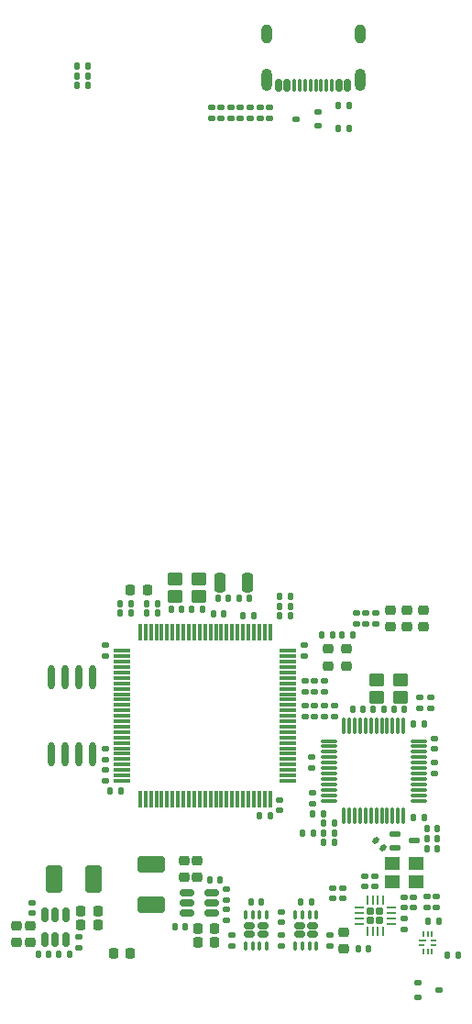
<source format=gbr>
%TF.GenerationSoftware,KiCad,Pcbnew,8.0.9-8.0.9-0~ubuntu24.04.1*%
%TF.CreationDate,2025-04-19T18:55:16+00:00*%
%TF.ProjectId,base-module,62617365-2d6d-46f6-9475-6c652e6b6963,1.0.1*%
%TF.SameCoordinates,Original*%
%TF.FileFunction,Paste,Top*%
%TF.FilePolarity,Positive*%
%FSLAX46Y46*%
G04 Gerber Fmt 4.6, Leading zero omitted, Abs format (unit mm)*
G04 Created by KiCad (PCBNEW 8.0.9-8.0.9-0~ubuntu24.04.1) date 2025-04-19 18:55:16*
%MOMM*%
%LPD*%
G01*
G04 APERTURE LIST*
G04 Aperture macros list*
%AMRoundRect*
0 Rectangle with rounded corners*
0 $1 Rounding radius*
0 $2 $3 $4 $5 $6 $7 $8 $9 X,Y pos of 4 corners*
0 Add a 4 corners polygon primitive as box body*
4,1,4,$2,$3,$4,$5,$6,$7,$8,$9,$2,$3,0*
0 Add four circle primitives for the rounded corners*
1,1,$1+$1,$2,$3*
1,1,$1+$1,$4,$5*
1,1,$1+$1,$6,$7*
1,1,$1+$1,$8,$9*
0 Add four rect primitives between the rounded corners*
20,1,$1+$1,$2,$3,$4,$5,0*
20,1,$1+$1,$4,$5,$6,$7,0*
20,1,$1+$1,$6,$7,$8,$9,0*
20,1,$1+$1,$8,$9,$2,$3,0*%
G04 Aperture macros list end*
%ADD10RoundRect,0.250001X0.999999X-0.499999X0.999999X0.499999X-0.999999X0.499999X-0.999999X-0.499999X0*%
%ADD11RoundRect,0.140000X-0.170000X0.140000X-0.170000X-0.140000X0.170000X-0.140000X0.170000X0.140000X0*%
%ADD12RoundRect,0.140000X0.140000X0.170000X-0.140000X0.170000X-0.140000X-0.170000X0.140000X-0.170000X0*%
%ADD13RoundRect,0.140000X0.170000X-0.140000X0.170000X0.140000X-0.170000X0.140000X-0.170000X-0.140000X0*%
%ADD14RoundRect,0.140000X-0.140000X-0.170000X0.140000X-0.170000X0.140000X0.170000X-0.140000X0.170000X0*%
%ADD15RoundRect,0.220000X0.255000X-0.220000X0.255000X0.220000X-0.255000X0.220000X-0.255000X-0.220000X0*%
%ADD16RoundRect,0.220000X0.220000X0.255000X-0.220000X0.255000X-0.220000X-0.255000X0.220000X-0.255000X0*%
%ADD17R,0.663000X0.225000*%
%ADD18R,0.563000X0.225000*%
%ADD19R,0.225000X0.563000*%
%ADD20RoundRect,0.225000X-0.250000X0.225000X-0.250000X-0.225000X0.250000X-0.225000X0.250000X0.225000X0*%
%ADD21RoundRect,0.150000X-0.512500X-0.150000X0.512500X-0.150000X0.512500X0.150000X-0.512500X0.150000X0*%
%ADD22RoundRect,0.220000X-0.255000X0.220000X-0.255000X-0.220000X0.255000X-0.220000X0.255000X0.220000X0*%
%ADD23RoundRect,0.225000X0.225000X0.250000X-0.225000X0.250000X-0.225000X-0.250000X0.225000X-0.250000X0*%
%ADD24RoundRect,0.250000X0.450000X0.350000X-0.450000X0.350000X-0.450000X-0.350000X0.450000X-0.350000X0*%
%ADD25RoundRect,0.075000X-0.075000X0.662500X-0.075000X-0.662500X0.075000X-0.662500X0.075000X0.662500X0*%
%ADD26RoundRect,0.075000X-0.662500X0.075000X-0.662500X-0.075000X0.662500X-0.075000X0.662500X0.075000X0*%
%ADD27RoundRect,0.075000X-0.075000X0.725000X-0.075000X-0.725000X0.075000X-0.725000X0.075000X0.725000X0*%
%ADD28RoundRect,0.075000X-0.725000X0.075000X-0.725000X-0.075000X0.725000X-0.075000X0.725000X0.075000X0*%
%ADD29RoundRect,0.150000X0.150000X0.425000X-0.150000X0.425000X-0.150000X-0.425000X0.150000X-0.425000X0*%
%ADD30RoundRect,0.075000X0.075000X0.500000X-0.075000X0.500000X-0.075000X-0.500000X0.075000X-0.500000X0*%
%ADD31O,1.000000X2.100000*%
%ADD32O,1.000000X1.800000*%
%ADD33RoundRect,0.112500X-0.237500X0.112500X-0.237500X-0.112500X0.237500X-0.112500X0.237500X0.112500X0*%
%ADD34RoundRect,0.225000X-0.225000X-0.250000X0.225000X-0.250000X0.225000X0.250000X-0.225000X0.250000X0*%
%ADD35RoundRect,0.220000X-0.220000X-0.255000X0.220000X-0.255000X0.220000X0.255000X-0.220000X0.255000X0*%
%ADD36RoundRect,0.160000X-0.325000X0.160000X-0.325000X-0.160000X0.325000X-0.160000X0.325000X0.160000X0*%
%ADD37RoundRect,0.075000X-0.075000X0.350000X-0.075000X-0.350000X0.075000X-0.350000X0.075000X0.350000X0*%
%ADD38RoundRect,0.250000X0.250000X-0.650000X0.250000X0.650000X-0.250000X0.650000X-0.250000X-0.650000X0*%
%ADD39RoundRect,0.140000X0.219203X0.021213X0.021213X0.219203X-0.219203X-0.021213X-0.021213X-0.219203X0*%
%ADD40R,1.400000X1.200000*%
%ADD41O,0.630000X2.250000*%
%ADD42RoundRect,0.250001X-0.499999X-0.999999X0.499999X-0.999999X0.499999X0.999999X-0.499999X0.999999X0*%
%ADD43RoundRect,0.172500X-0.172500X0.172500X-0.172500X-0.172500X0.172500X-0.172500X0.172500X0.172500X0*%
%ADD44RoundRect,0.062500X-0.062500X0.350000X-0.062500X-0.350000X0.062500X-0.350000X0.062500X0.350000X0*%
%ADD45RoundRect,0.062500X-0.350000X0.062500X-0.350000X-0.062500X0.350000X-0.062500X0.350000X0.062500X0*%
%ADD46RoundRect,0.112500X0.237500X-0.112500X0.237500X0.112500X-0.237500X0.112500X-0.237500X-0.112500X0*%
%ADD47RoundRect,0.125000X0.345000X0.125000X-0.345000X0.125000X-0.345000X-0.125000X0.345000X-0.125000X0*%
%ADD48RoundRect,0.150000X-0.150000X0.512500X-0.150000X-0.512500X0.150000X-0.512500X0.150000X0.512500X0*%
G04 APERTURE END LIST*
D10*
%TO.C,L301*%
X107120720Y-134271542D03*
X107120720Y-130571542D03*
%TD*%
D11*
%TO.C,R903*%
X126850000Y-131625000D03*
X126850000Y-132625000D03*
%TD*%
D12*
%TO.C,R308*%
X127200000Y-138375000D03*
X126200000Y-138375000D03*
%TD*%
D13*
%TO.C,C501*%
X119100000Y-138075000D03*
X119100000Y-137075000D03*
%TD*%
D14*
%TO.C,R716*%
X123000000Y-128525000D03*
X124000000Y-128525000D03*
%TD*%
D11*
%TO.C,R306*%
X114070720Y-132821542D03*
X114070720Y-133821542D03*
%TD*%
D15*
%TO.C,D301*%
X124850000Y-138365000D03*
X124850000Y-136785000D03*
%TD*%
D16*
%TO.C,FB400*%
X106740000Y-105225000D03*
X105160000Y-105225000D03*
%TD*%
D13*
%TO.C,C601*%
X114550000Y-138075000D03*
X114550000Y-137075000D03*
%TD*%
D12*
%TO.C,R301*%
X97650000Y-138871508D03*
X96650000Y-138871508D03*
%TD*%
%TO.C,C408*%
X105200000Y-106475000D03*
X104200000Y-106475000D03*
%TD*%
D13*
%TO.C,R600*%
X119100000Y-135925000D03*
X119100000Y-134925000D03*
%TD*%
D14*
%TO.C,C400*%
X115575000Y-107650000D03*
X116575000Y-107650000D03*
%TD*%
D12*
%TO.C,C313*%
X114250000Y-106025000D03*
X113250000Y-106025000D03*
%TD*%
D14*
%TO.C,R801*%
X124350000Y-62675000D03*
X125350000Y-62675000D03*
%TD*%
D12*
%TO.C,C600*%
X117300000Y-134025000D03*
X116300000Y-134025000D03*
%TD*%
%TO.C,C407*%
X107675000Y-107375000D03*
X106675000Y-107375000D03*
%TD*%
D14*
%TO.C,C314*%
X115200000Y-106025000D03*
X116200000Y-106025000D03*
%TD*%
D17*
%TO.C,U801*%
X132131500Y-137600000D03*
D18*
X132081500Y-138000000D03*
D19*
X132250000Y-138568500D03*
X132650000Y-138568500D03*
X133050000Y-138568500D03*
D18*
X133218500Y-138000000D03*
X133218500Y-137600000D03*
D19*
X133050000Y-137031500D03*
X132650000Y-137031500D03*
X132250000Y-137031500D03*
%TD*%
D20*
%TO.C,C304*%
X94646542Y-136211059D03*
X94646542Y-137771059D03*
%TD*%
D11*
%TO.C,C305*%
X96090000Y-134071508D03*
X96090000Y-135071508D03*
%TD*%
D12*
%TO.C,R404*%
X119950000Y-107645000D03*
X118950000Y-107645000D03*
%TD*%
D21*
%TO.C,U301*%
X110412500Y-133168050D03*
X110412500Y-134118050D03*
X110412500Y-135068050D03*
X112687500Y-135068050D03*
X112687500Y-134118050D03*
X112687500Y-133168050D03*
%TD*%
D12*
%TO.C,C500*%
X121900000Y-134025000D03*
X120900000Y-134025000D03*
%TD*%
D11*
%TO.C,R902*%
X127750000Y-131625000D03*
X127750000Y-132625000D03*
%TD*%
D15*
%TO.C,D400*%
X129240000Y-108665000D03*
X129240000Y-107085000D03*
%TD*%
D11*
%TO.C,R700*%
X121325000Y-115925000D03*
X121325000Y-116925000D03*
%TD*%
D14*
%TO.C,R405*%
X100228400Y-58685001D03*
X101228400Y-58685001D03*
%TD*%
D13*
%TO.C,R409*%
X114450000Y-61725000D03*
X114450000Y-60725000D03*
%TD*%
%TO.C,R400*%
X113550000Y-61725000D03*
X113550000Y-60725000D03*
%TD*%
%TO.C,R411*%
X126950000Y-108375000D03*
X126950000Y-107375000D03*
%TD*%
D11*
%TO.C,C410*%
X123100000Y-113600000D03*
X123100000Y-114600000D03*
%TD*%
D22*
%TO.C,D701*%
X125175000Y-110660000D03*
X125175000Y-112240000D03*
%TD*%
D11*
%TO.C,R701*%
X124000000Y-115925000D03*
X124000000Y-116925000D03*
%TD*%
%TO.C,C405*%
X121275000Y-110350000D03*
X121275000Y-111350000D03*
%TD*%
D23*
%TO.C,C301*%
X102180000Y-136171508D03*
X100620000Y-136171508D03*
%TD*%
D13*
%TO.C,C300*%
X100400000Y-138281508D03*
X100400000Y-137281508D03*
%TD*%
D15*
%TO.C,D402*%
X132240000Y-108665000D03*
X132240000Y-107085000D03*
%TD*%
D24*
%TO.C,Y700*%
X130150000Y-113525000D03*
X127950000Y-113525000D03*
X127950000Y-115125000D03*
X130150000Y-115125000D03*
%TD*%
D25*
%TO.C,U700*%
X130400000Y-117762500D03*
X129900000Y-117762500D03*
X129400000Y-117762500D03*
X128900000Y-117762500D03*
X128400000Y-117762500D03*
X127900000Y-117762500D03*
X127400000Y-117762500D03*
X126900000Y-117762500D03*
X126400000Y-117762500D03*
X125900000Y-117762500D03*
X125400000Y-117762500D03*
X124900000Y-117762500D03*
D26*
X123487500Y-119175000D03*
X123487500Y-119675000D03*
X123487500Y-120175000D03*
X123487500Y-120675000D03*
X123487500Y-121175000D03*
X123487500Y-121675000D03*
X123487500Y-122175000D03*
X123487500Y-122675000D03*
X123487500Y-123175000D03*
X123487500Y-123675000D03*
X123487500Y-124175000D03*
X123487500Y-124675000D03*
D25*
X124900000Y-126087500D03*
X125400000Y-126087500D03*
X125900000Y-126087500D03*
X126400000Y-126087500D03*
X126900000Y-126087500D03*
X127400000Y-126087500D03*
X127900000Y-126087500D03*
X128400000Y-126087500D03*
X128900000Y-126087500D03*
X129400000Y-126087500D03*
X129900000Y-126087500D03*
X130400000Y-126087500D03*
D26*
X131812500Y-124675000D03*
X131812500Y-124175000D03*
X131812500Y-123675000D03*
X131812500Y-123175000D03*
X131812500Y-122675000D03*
X131812500Y-122175000D03*
X131812500Y-121675000D03*
X131812500Y-121175000D03*
X131812500Y-120675000D03*
X131812500Y-120175000D03*
X131812500Y-119675000D03*
X131812500Y-119175000D03*
%TD*%
D14*
%TO.C,R707*%
X122850000Y-109375000D03*
X123850000Y-109375000D03*
%TD*%
D27*
%TO.C,U400*%
X118075000Y-109175000D03*
X117575000Y-109175000D03*
X117075000Y-109175000D03*
X116575000Y-109175000D03*
X116075000Y-109175000D03*
X115575000Y-109175000D03*
X115075000Y-109175000D03*
X114575000Y-109175000D03*
X114075000Y-109175000D03*
X113575000Y-109175000D03*
X113075000Y-109175000D03*
X112575000Y-109175000D03*
X112075000Y-109175000D03*
X111575000Y-109175000D03*
X111075000Y-109175000D03*
X110575000Y-109175000D03*
X110075000Y-109175000D03*
X109575000Y-109175000D03*
X109075000Y-109175000D03*
X108575000Y-109175000D03*
X108075000Y-109175000D03*
X107575000Y-109175000D03*
X107075000Y-109175000D03*
X106575000Y-109175000D03*
X106075000Y-109175000D03*
D28*
X104400000Y-110850000D03*
X104400000Y-111350000D03*
X104400000Y-111850000D03*
X104400000Y-112350000D03*
X104400000Y-112850000D03*
X104400000Y-113350000D03*
X104400000Y-113850000D03*
X104400000Y-114350000D03*
X104400000Y-114850000D03*
X104400000Y-115350000D03*
X104400000Y-115850000D03*
X104400000Y-116350000D03*
X104400000Y-116850000D03*
X104400000Y-117350000D03*
X104400000Y-117850000D03*
X104400000Y-118350000D03*
X104400000Y-118850000D03*
X104400000Y-119350000D03*
X104400000Y-119850000D03*
X104400000Y-120350000D03*
X104400000Y-120850000D03*
X104400000Y-121350000D03*
X104400000Y-121850000D03*
X104400000Y-122350000D03*
X104400000Y-122850000D03*
D27*
X106075000Y-124525000D03*
X106575000Y-124525000D03*
X107075000Y-124525000D03*
X107575000Y-124525000D03*
X108075000Y-124525000D03*
X108575000Y-124525000D03*
X109075000Y-124525000D03*
X109575000Y-124525000D03*
X110075000Y-124525000D03*
X110575000Y-124525000D03*
X111075000Y-124525000D03*
X111575000Y-124525000D03*
X112075000Y-124525000D03*
X112575000Y-124525000D03*
X113075000Y-124525000D03*
X113575000Y-124525000D03*
X114075000Y-124525000D03*
X114575000Y-124525000D03*
X115075000Y-124525000D03*
X115575000Y-124525000D03*
X116075000Y-124525000D03*
X116575000Y-124525000D03*
X117075000Y-124525000D03*
X117575000Y-124525000D03*
X118075000Y-124525000D03*
D28*
X119750000Y-122850000D03*
X119750000Y-122350000D03*
X119750000Y-121850000D03*
X119750000Y-121350000D03*
X119750000Y-120850000D03*
X119750000Y-120350000D03*
X119750000Y-119850000D03*
X119750000Y-119350000D03*
X119750000Y-118850000D03*
X119750000Y-118350000D03*
X119750000Y-117850000D03*
X119750000Y-117350000D03*
X119750000Y-116850000D03*
X119750000Y-116350000D03*
X119750000Y-115850000D03*
X119750000Y-115350000D03*
X119750000Y-114850000D03*
X119750000Y-114350000D03*
X119750000Y-113850000D03*
X119750000Y-113350000D03*
X119750000Y-112850000D03*
X119750000Y-112350000D03*
X119750000Y-111850000D03*
X119750000Y-111350000D03*
X119750000Y-110850000D03*
%TD*%
D12*
%TO.C,C409*%
X105200000Y-107375000D03*
X104200000Y-107375000D03*
%TD*%
%TO.C,C708*%
X128600000Y-116235000D03*
X127600000Y-116235000D03*
%TD*%
D11*
%TO.C,R705*%
X132900000Y-115125000D03*
X132900000Y-116125000D03*
%TD*%
%TO.C,R307*%
X114070720Y-134721542D03*
X114070720Y-135721542D03*
%TD*%
D14*
%TO.C,R711*%
X132550000Y-128175000D03*
X133550000Y-128175000D03*
%TD*%
%TO.C,R710*%
X132550000Y-127275000D03*
X133550000Y-127275000D03*
%TD*%
%TO.C,R715*%
X123000000Y-127650000D03*
X124000000Y-127650000D03*
%TD*%
D11*
%TO.C,C801*%
X116250000Y-60725000D03*
X116250000Y-61725000D03*
%TD*%
D13*
%TO.C,C402*%
X102875000Y-111350000D03*
X102875000Y-110350000D03*
%TD*%
D29*
%TO.C,J800*%
X125250000Y-58715000D03*
X124450000Y-58715000D03*
D30*
X123300000Y-58715000D03*
X122300000Y-58715000D03*
X121800000Y-58715000D03*
X120800000Y-58715000D03*
D29*
X119650000Y-58715000D03*
X118850000Y-58715000D03*
X118850000Y-58715000D03*
X119650000Y-58715000D03*
D30*
X120300000Y-58715000D03*
X121300000Y-58715000D03*
X122800000Y-58715000D03*
X123800000Y-58715000D03*
D29*
X124450000Y-58715000D03*
X125250000Y-58715000D03*
D31*
X126370000Y-58140000D03*
D32*
X126370000Y-53960000D03*
D31*
X117730000Y-58140000D03*
D32*
X117730000Y-53960000D03*
%TD*%
D14*
%TO.C,C311*%
X109270720Y-136281542D03*
X110270720Y-136281542D03*
%TD*%
D33*
%TO.C,U402*%
X131707500Y-141512501D03*
X131707500Y-142812501D03*
X133707500Y-142162501D03*
%TD*%
D14*
%TO.C,C707*%
X129500000Y-116225000D03*
X130500000Y-116225000D03*
%TD*%
D11*
%TO.C,R901*%
X123900000Y-132725000D03*
X123900000Y-133725000D03*
%TD*%
D12*
%TO.C,R709*%
X133550000Y-129075000D03*
X132550000Y-129075000D03*
%TD*%
D11*
%TO.C,R805*%
X117150000Y-60725000D03*
X117150000Y-61725000D03*
%TD*%
%TO.C,R800*%
X118050000Y-60725000D03*
X118050000Y-61725000D03*
%TD*%
D34*
%TO.C,C310*%
X111420720Y-136481542D03*
X112980720Y-136481542D03*
%TD*%
D11*
%TO.C,R402*%
X122200000Y-113600000D03*
X122200000Y-114600000D03*
%TD*%
D13*
%TO.C,R702*%
X133300000Y-122175000D03*
X133300000Y-121175000D03*
%TD*%
D34*
%TO.C,C309*%
X111410271Y-137725000D03*
X112970271Y-137725000D03*
%TD*%
D13*
%TO.C,C900*%
X130450000Y-134575000D03*
X130450000Y-133575000D03*
%TD*%
D11*
%TO.C,C404*%
X118975000Y-124600000D03*
X118975000Y-125600000D03*
%TD*%
%TO.C,R802*%
X132550000Y-133525000D03*
X132550000Y-134525000D03*
%TD*%
D14*
%TO.C,C701*%
X131350000Y-117625000D03*
X132350000Y-117625000D03*
%TD*%
D12*
%TO.C,R300*%
X99550000Y-138871508D03*
X98550000Y-138871508D03*
%TD*%
D14*
%TO.C,C700*%
X122000000Y-125875000D03*
X123000000Y-125875000D03*
%TD*%
D13*
%TO.C,R500*%
X123650000Y-138075000D03*
X123650000Y-137075000D03*
%TD*%
D12*
%TO.C,C406*%
X107675000Y-106475000D03*
X106675000Y-106475000D03*
%TD*%
%TO.C,C411*%
X109925000Y-107025000D03*
X108925000Y-107025000D03*
%TD*%
D11*
%TO.C,C704*%
X133290000Y-118922500D03*
X133290000Y-119922500D03*
%TD*%
D13*
%TO.C,C902*%
X131350000Y-134575000D03*
X131350000Y-133575000D03*
%TD*%
D14*
%TO.C,C312*%
X132650000Y-135775000D03*
X133650000Y-135775000D03*
%TD*%
D13*
%TO.C,C702*%
X122010000Y-124927500D03*
X122010000Y-123927500D03*
%TD*%
D11*
%TO.C,R706*%
X131950000Y-115125000D03*
X131950000Y-116125000D03*
%TD*%
D13*
%TO.C,R803*%
X133450000Y-134525000D03*
X133450000Y-133525000D03*
%TD*%
D20*
%TO.C,C307*%
X110108674Y-130191542D03*
X110108674Y-131751542D03*
%TD*%
D12*
%TO.C,C306*%
X113480720Y-131971542D03*
X112480720Y-131971542D03*
%TD*%
D13*
%TO.C,R401*%
X121300000Y-114600000D03*
X121300000Y-113600000D03*
%TD*%
D35*
%TO.C,F300*%
X103610000Y-138775000D03*
X105190000Y-138775000D03*
%TD*%
D14*
%TO.C,R714*%
X123000000Y-126775000D03*
X124000000Y-126775000D03*
%TD*%
D11*
%TO.C,R900*%
X124800000Y-132725000D03*
X124800000Y-133725000D03*
%TD*%
D14*
%TO.C,C414*%
X117075000Y-126050000D03*
X118075000Y-126050000D03*
%TD*%
D36*
%TO.C,U600*%
X117400000Y-136225000D03*
X116200000Y-136225000D03*
X117400000Y-137025000D03*
X116200000Y-137025000D03*
D37*
X117775000Y-135175000D03*
X117125000Y-135175000D03*
X116475000Y-135175000D03*
X115825000Y-135175000D03*
X115825000Y-138075000D03*
X116475000Y-138075000D03*
X117125000Y-138075000D03*
X117775000Y-138075000D03*
%TD*%
D38*
%TO.C,X300*%
X113475000Y-104550000D03*
X115975000Y-104550000D03*
%TD*%
D12*
%TO.C,R406*%
X101228400Y-56885001D03*
X100228400Y-56885001D03*
%TD*%
D13*
%TO.C,R412*%
X126050000Y-108375000D03*
X126050000Y-107375000D03*
%TD*%
%TO.C,C706*%
X122200000Y-116925000D03*
X122200000Y-115925000D03*
%TD*%
D14*
%TO.C,C800*%
X124350000Y-60525000D03*
X125350000Y-60525000D03*
%TD*%
D23*
%TO.C,C302*%
X102180000Y-134909462D03*
X100620000Y-134909462D03*
%TD*%
D14*
%TO.C,C401*%
X112825000Y-107475000D03*
X113825000Y-107475000D03*
%TD*%
%TO.C,C705*%
X125700000Y-116235000D03*
X126700000Y-116235000D03*
%TD*%
D39*
%TO.C,R712*%
X128553553Y-129028553D03*
X127846447Y-128321447D03*
%TD*%
D24*
%TO.C,X400*%
X111475000Y-104250000D03*
X109275000Y-104250000D03*
X109275000Y-105850000D03*
X111475000Y-105850000D03*
%TD*%
D11*
%TO.C,R708*%
X121900000Y-120675000D03*
X121900000Y-121675000D03*
%TD*%
D12*
%TO.C,C403*%
X104325000Y-123750000D03*
X103325000Y-123750000D03*
%TD*%
D13*
%TO.C,R410*%
X127850000Y-108375000D03*
X127850000Y-107375000D03*
%TD*%
D40*
%TO.C,Y900*%
X131600000Y-130475000D03*
X129400000Y-130475000D03*
X129400000Y-132175000D03*
X131600000Y-132175000D03*
%TD*%
D36*
%TO.C,U500*%
X122000000Y-136225000D03*
X120800000Y-136225000D03*
X122000000Y-137025000D03*
X120800000Y-137025000D03*
D37*
X122375000Y-135175000D03*
X121725000Y-135175000D03*
X121075000Y-135175000D03*
X120425000Y-135175000D03*
X120425000Y-138075000D03*
X121075000Y-138075000D03*
X121725000Y-138075000D03*
X122375000Y-138075000D03*
%TD*%
D14*
%TO.C,R713*%
X124750000Y-109375000D03*
X125750000Y-109375000D03*
%TD*%
%TO.C,C412*%
X110825000Y-107025000D03*
X111825000Y-107025000D03*
%TD*%
%TO.C,C415*%
X118960000Y-105865000D03*
X119960000Y-105865000D03*
%TD*%
D41*
%TO.C,U100*%
X101705000Y-113320000D03*
X100435000Y-113320000D03*
X99155000Y-113320000D03*
X97885000Y-113320000D03*
X97885000Y-120380000D03*
X99155000Y-120380000D03*
X100435000Y-120380000D03*
X101705000Y-120380000D03*
%TD*%
D15*
%TO.C,D700*%
X123425000Y-112240000D03*
X123425000Y-110660000D03*
%TD*%
D11*
%TO.C,C413*%
X102875000Y-121850000D03*
X102875000Y-122850000D03*
%TD*%
D42*
%TO.C,L300*%
X98100000Y-131921508D03*
X101800000Y-131921508D03*
%TD*%
D13*
%TO.C,C100*%
X102850000Y-120925000D03*
X102850000Y-119925000D03*
%TD*%
D43*
%TO.C,U302*%
X128225000Y-134887500D03*
X127375000Y-134887500D03*
X128225000Y-135737500D03*
X127375000Y-135737500D03*
D44*
X128550000Y-133850000D03*
X128050000Y-133850000D03*
X127550000Y-133850000D03*
X127050000Y-133850000D03*
D45*
X126337500Y-134562500D03*
X126337500Y-135062500D03*
X126337500Y-135562500D03*
X126337500Y-136062500D03*
D44*
X127050000Y-136775000D03*
X127550000Y-136775000D03*
X128050000Y-136775000D03*
X128550000Y-136775000D03*
D45*
X129262500Y-136062500D03*
X129262500Y-135562500D03*
X129262500Y-135062500D03*
X129262500Y-134562500D03*
%TD*%
D46*
%TO.C,U401*%
X122470000Y-62435001D03*
X122470000Y-61135001D03*
X120470000Y-61785001D03*
%TD*%
D14*
%TO.C,C703*%
X131350000Y-126275000D03*
X132350000Y-126275000D03*
%TD*%
D15*
%TO.C,D401*%
X130750000Y-108665000D03*
X130750000Y-107085000D03*
%TD*%
D13*
%TO.C,R408*%
X115350000Y-61725000D03*
X115350000Y-60725000D03*
%TD*%
D12*
%TO.C,R403*%
X119960000Y-106765000D03*
X118960000Y-106765000D03*
%TD*%
D13*
%TO.C,R703*%
X123100000Y-116925000D03*
X123100000Y-115925000D03*
%TD*%
D20*
%TO.C,C308*%
X111370720Y-130191542D03*
X111370720Y-131751542D03*
%TD*%
D13*
%TO.C,R407*%
X112650000Y-61725000D03*
X112650000Y-60725000D03*
%TD*%
D47*
%TO.C,Q700*%
X129600000Y-127725000D03*
X129600000Y-129025000D03*
X131400000Y-128375000D03*
%TD*%
D11*
%TO.C,C904*%
X130450000Y-135525000D03*
X130450000Y-136525000D03*
%TD*%
D12*
%TO.C,C416*%
X101228400Y-57785001D03*
X100228400Y-57785001D03*
%TD*%
D14*
%TO.C,R804*%
X134450000Y-138925000D03*
X135450000Y-138925000D03*
%TD*%
D48*
%TO.C,U300*%
X99203492Y-135213288D03*
X98253492Y-135213288D03*
X97303492Y-135213288D03*
X97303492Y-137488288D03*
X98253492Y-137488288D03*
X99203492Y-137488288D03*
%TD*%
D20*
%TO.C,C303*%
X95890000Y-136221508D03*
X95890000Y-137781508D03*
%TD*%
D14*
%TO.C,R704*%
X121050000Y-127650000D03*
X122050000Y-127650000D03*
%TD*%
M02*

</source>
